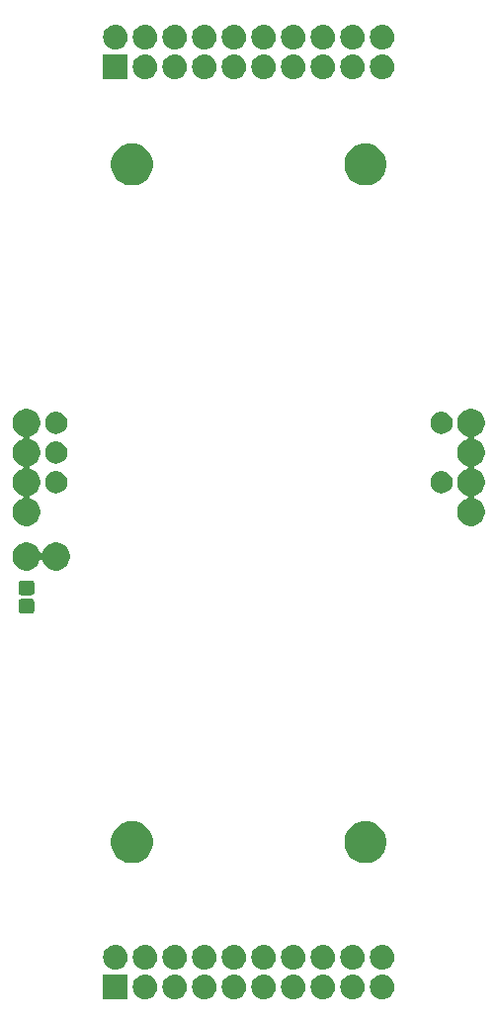
<source format=gbr>
G04 #@! TF.GenerationSoftware,KiCad,Pcbnew,5.0.2-bee76a0~70~ubuntu18.04.1*
G04 #@! TF.CreationDate,2019-07-23T10:59:18+02:00*
G04 #@! TF.ProjectId,smartcard,736d6172-7463-4617-9264-2e6b69636164,rev?*
G04 #@! TF.SameCoordinates,Original*
G04 #@! TF.FileFunction,Soldermask,Top*
G04 #@! TF.FilePolarity,Negative*
%FSLAX46Y46*%
G04 Gerber Fmt 4.6, Leading zero omitted, Abs format (unit mm)*
G04 Created by KiCad (PCBNEW 5.0.2-bee76a0~70~ubuntu18.04.1) date mar. 23 juil. 2019 10:59:18 CEST*
%MOMM*%
%LPD*%
G01*
G04 APERTURE LIST*
%ADD10C,0.100000*%
G04 APERTURE END LIST*
D10*
G36*
X101771017Y-146441027D02*
X99671017Y-146441027D01*
X99671017Y-144341027D01*
X101771017Y-144341027D01*
X101771017Y-146441027D01*
X101771017Y-146441027D01*
G37*
G36*
X121169724Y-144348623D02*
X121246853Y-144356220D01*
X121378804Y-144396247D01*
X121444780Y-144416260D01*
X121627189Y-144513760D01*
X121787071Y-144644973D01*
X121918284Y-144804855D01*
X122015784Y-144987264D01*
X122015784Y-144987265D01*
X122075824Y-145185191D01*
X122096097Y-145391027D01*
X122075824Y-145596863D01*
X122035797Y-145728814D01*
X122015784Y-145794790D01*
X121918284Y-145977199D01*
X121787071Y-146137081D01*
X121627189Y-146268294D01*
X121444780Y-146365794D01*
X121378804Y-146385807D01*
X121246853Y-146425834D01*
X121169724Y-146433431D01*
X121092597Y-146441027D01*
X120989437Y-146441027D01*
X120912310Y-146433431D01*
X120835181Y-146425834D01*
X120703230Y-146385807D01*
X120637254Y-146365794D01*
X120454845Y-146268294D01*
X120294963Y-146137081D01*
X120163750Y-145977199D01*
X120066250Y-145794790D01*
X120046237Y-145728814D01*
X120006210Y-145596863D01*
X119985937Y-145391027D01*
X120006210Y-145185191D01*
X120066250Y-144987265D01*
X120066250Y-144987264D01*
X120163750Y-144804855D01*
X120294963Y-144644973D01*
X120454845Y-144513760D01*
X120637254Y-144416260D01*
X120703230Y-144396247D01*
X120835181Y-144356220D01*
X120912310Y-144348623D01*
X120989437Y-144341027D01*
X121092597Y-144341027D01*
X121169724Y-144348623D01*
X121169724Y-144348623D01*
G37*
G36*
X123709724Y-144348623D02*
X123786853Y-144356220D01*
X123918804Y-144396247D01*
X123984780Y-144416260D01*
X124167189Y-144513760D01*
X124327071Y-144644973D01*
X124458284Y-144804855D01*
X124555784Y-144987264D01*
X124555784Y-144987265D01*
X124615824Y-145185191D01*
X124636097Y-145391027D01*
X124615824Y-145596863D01*
X124575797Y-145728814D01*
X124555784Y-145794790D01*
X124458284Y-145977199D01*
X124327071Y-146137081D01*
X124167189Y-146268294D01*
X123984780Y-146365794D01*
X123918804Y-146385807D01*
X123786853Y-146425834D01*
X123709724Y-146433431D01*
X123632597Y-146441027D01*
X123529437Y-146441027D01*
X123452310Y-146433431D01*
X123375181Y-146425834D01*
X123243230Y-146385807D01*
X123177254Y-146365794D01*
X122994845Y-146268294D01*
X122834963Y-146137081D01*
X122703750Y-145977199D01*
X122606250Y-145794790D01*
X122586237Y-145728814D01*
X122546210Y-145596863D01*
X122525937Y-145391027D01*
X122546210Y-145185191D01*
X122606250Y-144987265D01*
X122606250Y-144987264D01*
X122703750Y-144804855D01*
X122834963Y-144644973D01*
X122994845Y-144513760D01*
X123177254Y-144416260D01*
X123243230Y-144396247D01*
X123375181Y-144356220D01*
X123452310Y-144348623D01*
X123529437Y-144341027D01*
X123632597Y-144341027D01*
X123709724Y-144348623D01*
X123709724Y-144348623D01*
G37*
G36*
X118629724Y-144348623D02*
X118706853Y-144356220D01*
X118838804Y-144396247D01*
X118904780Y-144416260D01*
X119087189Y-144513760D01*
X119247071Y-144644973D01*
X119378284Y-144804855D01*
X119475784Y-144987264D01*
X119475784Y-144987265D01*
X119535824Y-145185191D01*
X119556097Y-145391027D01*
X119535824Y-145596863D01*
X119495797Y-145728814D01*
X119475784Y-145794790D01*
X119378284Y-145977199D01*
X119247071Y-146137081D01*
X119087189Y-146268294D01*
X118904780Y-146365794D01*
X118838804Y-146385807D01*
X118706853Y-146425834D01*
X118629724Y-146433431D01*
X118552597Y-146441027D01*
X118449437Y-146441027D01*
X118372310Y-146433431D01*
X118295181Y-146425834D01*
X118163230Y-146385807D01*
X118097254Y-146365794D01*
X117914845Y-146268294D01*
X117754963Y-146137081D01*
X117623750Y-145977199D01*
X117526250Y-145794790D01*
X117506237Y-145728814D01*
X117466210Y-145596863D01*
X117445937Y-145391027D01*
X117466210Y-145185191D01*
X117526250Y-144987265D01*
X117526250Y-144987264D01*
X117623750Y-144804855D01*
X117754963Y-144644973D01*
X117914845Y-144513760D01*
X118097254Y-144416260D01*
X118163230Y-144396247D01*
X118295181Y-144356220D01*
X118372310Y-144348623D01*
X118449437Y-144341027D01*
X118552597Y-144341027D01*
X118629724Y-144348623D01*
X118629724Y-144348623D01*
G37*
G36*
X116089724Y-144348623D02*
X116166853Y-144356220D01*
X116298804Y-144396247D01*
X116364780Y-144416260D01*
X116547189Y-144513760D01*
X116707071Y-144644973D01*
X116838284Y-144804855D01*
X116935784Y-144987264D01*
X116935784Y-144987265D01*
X116995824Y-145185191D01*
X117016097Y-145391027D01*
X116995824Y-145596863D01*
X116955797Y-145728814D01*
X116935784Y-145794790D01*
X116838284Y-145977199D01*
X116707071Y-146137081D01*
X116547189Y-146268294D01*
X116364780Y-146365794D01*
X116298804Y-146385807D01*
X116166853Y-146425834D01*
X116089724Y-146433431D01*
X116012597Y-146441027D01*
X115909437Y-146441027D01*
X115832310Y-146433431D01*
X115755181Y-146425834D01*
X115623230Y-146385807D01*
X115557254Y-146365794D01*
X115374845Y-146268294D01*
X115214963Y-146137081D01*
X115083750Y-145977199D01*
X114986250Y-145794790D01*
X114966237Y-145728814D01*
X114926210Y-145596863D01*
X114905937Y-145391027D01*
X114926210Y-145185191D01*
X114986250Y-144987265D01*
X114986250Y-144987264D01*
X115083750Y-144804855D01*
X115214963Y-144644973D01*
X115374845Y-144513760D01*
X115557254Y-144416260D01*
X115623230Y-144396247D01*
X115755181Y-144356220D01*
X115832310Y-144348623D01*
X115909437Y-144341027D01*
X116012597Y-144341027D01*
X116089724Y-144348623D01*
X116089724Y-144348623D01*
G37*
G36*
X113549724Y-144348623D02*
X113626853Y-144356220D01*
X113758804Y-144396247D01*
X113824780Y-144416260D01*
X114007189Y-144513760D01*
X114167071Y-144644973D01*
X114298284Y-144804855D01*
X114395784Y-144987264D01*
X114395784Y-144987265D01*
X114455824Y-145185191D01*
X114476097Y-145391027D01*
X114455824Y-145596863D01*
X114415797Y-145728814D01*
X114395784Y-145794790D01*
X114298284Y-145977199D01*
X114167071Y-146137081D01*
X114007189Y-146268294D01*
X113824780Y-146365794D01*
X113758804Y-146385807D01*
X113626853Y-146425834D01*
X113549724Y-146433431D01*
X113472597Y-146441027D01*
X113369437Y-146441027D01*
X113292310Y-146433431D01*
X113215181Y-146425834D01*
X113083230Y-146385807D01*
X113017254Y-146365794D01*
X112834845Y-146268294D01*
X112674963Y-146137081D01*
X112543750Y-145977199D01*
X112446250Y-145794790D01*
X112426237Y-145728814D01*
X112386210Y-145596863D01*
X112365937Y-145391027D01*
X112386210Y-145185191D01*
X112446250Y-144987265D01*
X112446250Y-144987264D01*
X112543750Y-144804855D01*
X112674963Y-144644973D01*
X112834845Y-144513760D01*
X113017254Y-144416260D01*
X113083230Y-144396247D01*
X113215181Y-144356220D01*
X113292310Y-144348623D01*
X113369437Y-144341027D01*
X113472597Y-144341027D01*
X113549724Y-144348623D01*
X113549724Y-144348623D01*
G37*
G36*
X108469724Y-144348623D02*
X108546853Y-144356220D01*
X108678804Y-144396247D01*
X108744780Y-144416260D01*
X108927189Y-144513760D01*
X109087071Y-144644973D01*
X109218284Y-144804855D01*
X109315784Y-144987264D01*
X109315784Y-144987265D01*
X109375824Y-145185191D01*
X109396097Y-145391027D01*
X109375824Y-145596863D01*
X109335797Y-145728814D01*
X109315784Y-145794790D01*
X109218284Y-145977199D01*
X109087071Y-146137081D01*
X108927189Y-146268294D01*
X108744780Y-146365794D01*
X108678804Y-146385807D01*
X108546853Y-146425834D01*
X108469724Y-146433431D01*
X108392597Y-146441027D01*
X108289437Y-146441027D01*
X108212310Y-146433431D01*
X108135181Y-146425834D01*
X108003230Y-146385807D01*
X107937254Y-146365794D01*
X107754845Y-146268294D01*
X107594963Y-146137081D01*
X107463750Y-145977199D01*
X107366250Y-145794790D01*
X107346237Y-145728814D01*
X107306210Y-145596863D01*
X107285937Y-145391027D01*
X107306210Y-145185191D01*
X107366250Y-144987265D01*
X107366250Y-144987264D01*
X107463750Y-144804855D01*
X107594963Y-144644973D01*
X107754845Y-144513760D01*
X107937254Y-144416260D01*
X108003230Y-144396247D01*
X108135181Y-144356220D01*
X108212310Y-144348623D01*
X108289437Y-144341027D01*
X108392597Y-144341027D01*
X108469724Y-144348623D01*
X108469724Y-144348623D01*
G37*
G36*
X105929724Y-144348623D02*
X106006853Y-144356220D01*
X106138804Y-144396247D01*
X106204780Y-144416260D01*
X106387189Y-144513760D01*
X106547071Y-144644973D01*
X106678284Y-144804855D01*
X106775784Y-144987264D01*
X106775784Y-144987265D01*
X106835824Y-145185191D01*
X106856097Y-145391027D01*
X106835824Y-145596863D01*
X106795797Y-145728814D01*
X106775784Y-145794790D01*
X106678284Y-145977199D01*
X106547071Y-146137081D01*
X106387189Y-146268294D01*
X106204780Y-146365794D01*
X106138804Y-146385807D01*
X106006853Y-146425834D01*
X105929724Y-146433431D01*
X105852597Y-146441027D01*
X105749437Y-146441027D01*
X105672310Y-146433431D01*
X105595181Y-146425834D01*
X105463230Y-146385807D01*
X105397254Y-146365794D01*
X105214845Y-146268294D01*
X105054963Y-146137081D01*
X104923750Y-145977199D01*
X104826250Y-145794790D01*
X104806237Y-145728814D01*
X104766210Y-145596863D01*
X104745937Y-145391027D01*
X104766210Y-145185191D01*
X104826250Y-144987265D01*
X104826250Y-144987264D01*
X104923750Y-144804855D01*
X105054963Y-144644973D01*
X105214845Y-144513760D01*
X105397254Y-144416260D01*
X105463230Y-144396247D01*
X105595181Y-144356220D01*
X105672310Y-144348623D01*
X105749437Y-144341027D01*
X105852597Y-144341027D01*
X105929724Y-144348623D01*
X105929724Y-144348623D01*
G37*
G36*
X103389724Y-144348623D02*
X103466853Y-144356220D01*
X103598804Y-144396247D01*
X103664780Y-144416260D01*
X103847189Y-144513760D01*
X104007071Y-144644973D01*
X104138284Y-144804855D01*
X104235784Y-144987264D01*
X104235784Y-144987265D01*
X104295824Y-145185191D01*
X104316097Y-145391027D01*
X104295824Y-145596863D01*
X104255797Y-145728814D01*
X104235784Y-145794790D01*
X104138284Y-145977199D01*
X104007071Y-146137081D01*
X103847189Y-146268294D01*
X103664780Y-146365794D01*
X103598804Y-146385807D01*
X103466853Y-146425834D01*
X103389724Y-146433431D01*
X103312597Y-146441027D01*
X103209437Y-146441027D01*
X103132310Y-146433431D01*
X103055181Y-146425834D01*
X102923230Y-146385807D01*
X102857254Y-146365794D01*
X102674845Y-146268294D01*
X102514963Y-146137081D01*
X102383750Y-145977199D01*
X102286250Y-145794790D01*
X102266237Y-145728814D01*
X102226210Y-145596863D01*
X102205937Y-145391027D01*
X102226210Y-145185191D01*
X102286250Y-144987265D01*
X102286250Y-144987264D01*
X102383750Y-144804855D01*
X102514963Y-144644973D01*
X102674845Y-144513760D01*
X102857254Y-144416260D01*
X102923230Y-144396247D01*
X103055181Y-144356220D01*
X103132310Y-144348623D01*
X103209437Y-144341027D01*
X103312597Y-144341027D01*
X103389724Y-144348623D01*
X103389724Y-144348623D01*
G37*
G36*
X111009724Y-144348623D02*
X111086853Y-144356220D01*
X111218804Y-144396247D01*
X111284780Y-144416260D01*
X111467189Y-144513760D01*
X111627071Y-144644973D01*
X111758284Y-144804855D01*
X111855784Y-144987264D01*
X111855784Y-144987265D01*
X111915824Y-145185191D01*
X111936097Y-145391027D01*
X111915824Y-145596863D01*
X111875797Y-145728814D01*
X111855784Y-145794790D01*
X111758284Y-145977199D01*
X111627071Y-146137081D01*
X111467189Y-146268294D01*
X111284780Y-146365794D01*
X111218804Y-146385807D01*
X111086853Y-146425834D01*
X111009724Y-146433431D01*
X110932597Y-146441027D01*
X110829437Y-146441027D01*
X110752310Y-146433431D01*
X110675181Y-146425834D01*
X110543230Y-146385807D01*
X110477254Y-146365794D01*
X110294845Y-146268294D01*
X110134963Y-146137081D01*
X110003750Y-145977199D01*
X109906250Y-145794790D01*
X109886237Y-145728814D01*
X109846210Y-145596863D01*
X109825937Y-145391027D01*
X109846210Y-145185191D01*
X109906250Y-144987265D01*
X109906250Y-144987264D01*
X110003750Y-144804855D01*
X110134963Y-144644973D01*
X110294845Y-144513760D01*
X110477254Y-144416260D01*
X110543230Y-144396247D01*
X110675181Y-144356220D01*
X110752310Y-144348623D01*
X110829437Y-144341027D01*
X110932597Y-144341027D01*
X111009724Y-144348623D01*
X111009724Y-144348623D01*
G37*
G36*
X105929724Y-141808623D02*
X106006853Y-141816220D01*
X106138804Y-141856247D01*
X106204780Y-141876260D01*
X106387189Y-141973760D01*
X106547071Y-142104973D01*
X106678284Y-142264855D01*
X106775784Y-142447264D01*
X106775784Y-142447265D01*
X106835824Y-142645191D01*
X106856097Y-142851027D01*
X106835824Y-143056863D01*
X106795797Y-143188814D01*
X106775784Y-143254790D01*
X106678284Y-143437199D01*
X106547071Y-143597081D01*
X106387189Y-143728294D01*
X106204780Y-143825794D01*
X106138804Y-143845807D01*
X106006853Y-143885834D01*
X105929724Y-143893430D01*
X105852597Y-143901027D01*
X105749437Y-143901027D01*
X105672310Y-143893430D01*
X105595181Y-143885834D01*
X105463230Y-143845807D01*
X105397254Y-143825794D01*
X105214845Y-143728294D01*
X105054963Y-143597081D01*
X104923750Y-143437199D01*
X104826250Y-143254790D01*
X104806237Y-143188814D01*
X104766210Y-143056863D01*
X104745937Y-142851027D01*
X104766210Y-142645191D01*
X104826250Y-142447265D01*
X104826250Y-142447264D01*
X104923750Y-142264855D01*
X105054963Y-142104973D01*
X105214845Y-141973760D01*
X105397254Y-141876260D01*
X105463230Y-141856247D01*
X105595181Y-141816220D01*
X105672310Y-141808623D01*
X105749437Y-141801027D01*
X105852597Y-141801027D01*
X105929724Y-141808623D01*
X105929724Y-141808623D01*
G37*
G36*
X100849724Y-141808623D02*
X100926853Y-141816220D01*
X101058804Y-141856247D01*
X101124780Y-141876260D01*
X101307189Y-141973760D01*
X101467071Y-142104973D01*
X101598284Y-142264855D01*
X101695784Y-142447264D01*
X101695784Y-142447265D01*
X101755824Y-142645191D01*
X101776097Y-142851027D01*
X101755824Y-143056863D01*
X101715797Y-143188814D01*
X101695784Y-143254790D01*
X101598284Y-143437199D01*
X101467071Y-143597081D01*
X101307189Y-143728294D01*
X101124780Y-143825794D01*
X101058804Y-143845807D01*
X100926853Y-143885834D01*
X100849724Y-143893430D01*
X100772597Y-143901027D01*
X100669437Y-143901027D01*
X100592310Y-143893430D01*
X100515181Y-143885834D01*
X100383230Y-143845807D01*
X100317254Y-143825794D01*
X100134845Y-143728294D01*
X99974963Y-143597081D01*
X99843750Y-143437199D01*
X99746250Y-143254790D01*
X99726237Y-143188814D01*
X99686210Y-143056863D01*
X99665937Y-142851027D01*
X99686210Y-142645191D01*
X99746250Y-142447265D01*
X99746250Y-142447264D01*
X99843750Y-142264855D01*
X99974963Y-142104973D01*
X100134845Y-141973760D01*
X100317254Y-141876260D01*
X100383230Y-141856247D01*
X100515181Y-141816220D01*
X100592310Y-141808623D01*
X100669437Y-141801027D01*
X100772597Y-141801027D01*
X100849724Y-141808623D01*
X100849724Y-141808623D01*
G37*
G36*
X103389724Y-141808623D02*
X103466853Y-141816220D01*
X103598804Y-141856247D01*
X103664780Y-141876260D01*
X103847189Y-141973760D01*
X104007071Y-142104973D01*
X104138284Y-142264855D01*
X104235784Y-142447264D01*
X104235784Y-142447265D01*
X104295824Y-142645191D01*
X104316097Y-142851027D01*
X104295824Y-143056863D01*
X104255797Y-143188814D01*
X104235784Y-143254790D01*
X104138284Y-143437199D01*
X104007071Y-143597081D01*
X103847189Y-143728294D01*
X103664780Y-143825794D01*
X103598804Y-143845807D01*
X103466853Y-143885834D01*
X103389724Y-143893430D01*
X103312597Y-143901027D01*
X103209437Y-143901027D01*
X103132310Y-143893430D01*
X103055181Y-143885834D01*
X102923230Y-143845807D01*
X102857254Y-143825794D01*
X102674845Y-143728294D01*
X102514963Y-143597081D01*
X102383750Y-143437199D01*
X102286250Y-143254790D01*
X102266237Y-143188814D01*
X102226210Y-143056863D01*
X102205937Y-142851027D01*
X102226210Y-142645191D01*
X102286250Y-142447265D01*
X102286250Y-142447264D01*
X102383750Y-142264855D01*
X102514963Y-142104973D01*
X102674845Y-141973760D01*
X102857254Y-141876260D01*
X102923230Y-141856247D01*
X103055181Y-141816220D01*
X103132310Y-141808623D01*
X103209437Y-141801027D01*
X103312597Y-141801027D01*
X103389724Y-141808623D01*
X103389724Y-141808623D01*
G37*
G36*
X108469724Y-141808623D02*
X108546853Y-141816220D01*
X108678804Y-141856247D01*
X108744780Y-141876260D01*
X108927189Y-141973760D01*
X109087071Y-142104973D01*
X109218284Y-142264855D01*
X109315784Y-142447264D01*
X109315784Y-142447265D01*
X109375824Y-142645191D01*
X109396097Y-142851027D01*
X109375824Y-143056863D01*
X109335797Y-143188814D01*
X109315784Y-143254790D01*
X109218284Y-143437199D01*
X109087071Y-143597081D01*
X108927189Y-143728294D01*
X108744780Y-143825794D01*
X108678804Y-143845807D01*
X108546853Y-143885834D01*
X108469724Y-143893430D01*
X108392597Y-143901027D01*
X108289437Y-143901027D01*
X108212310Y-143893430D01*
X108135181Y-143885834D01*
X108003230Y-143845807D01*
X107937254Y-143825794D01*
X107754845Y-143728294D01*
X107594963Y-143597081D01*
X107463750Y-143437199D01*
X107366250Y-143254790D01*
X107346237Y-143188814D01*
X107306210Y-143056863D01*
X107285937Y-142851027D01*
X107306210Y-142645191D01*
X107366250Y-142447265D01*
X107366250Y-142447264D01*
X107463750Y-142264855D01*
X107594963Y-142104973D01*
X107754845Y-141973760D01*
X107937254Y-141876260D01*
X108003230Y-141856247D01*
X108135181Y-141816220D01*
X108212310Y-141808623D01*
X108289437Y-141801027D01*
X108392597Y-141801027D01*
X108469724Y-141808623D01*
X108469724Y-141808623D01*
G37*
G36*
X111009724Y-141808623D02*
X111086853Y-141816220D01*
X111218804Y-141856247D01*
X111284780Y-141876260D01*
X111467189Y-141973760D01*
X111627071Y-142104973D01*
X111758284Y-142264855D01*
X111855784Y-142447264D01*
X111855784Y-142447265D01*
X111915824Y-142645191D01*
X111936097Y-142851027D01*
X111915824Y-143056863D01*
X111875797Y-143188814D01*
X111855784Y-143254790D01*
X111758284Y-143437199D01*
X111627071Y-143597081D01*
X111467189Y-143728294D01*
X111284780Y-143825794D01*
X111218804Y-143845807D01*
X111086853Y-143885834D01*
X111009724Y-143893430D01*
X110932597Y-143901027D01*
X110829437Y-143901027D01*
X110752310Y-143893430D01*
X110675181Y-143885834D01*
X110543230Y-143845807D01*
X110477254Y-143825794D01*
X110294845Y-143728294D01*
X110134963Y-143597081D01*
X110003750Y-143437199D01*
X109906250Y-143254790D01*
X109886237Y-143188814D01*
X109846210Y-143056863D01*
X109825937Y-142851027D01*
X109846210Y-142645191D01*
X109906250Y-142447265D01*
X109906250Y-142447264D01*
X110003750Y-142264855D01*
X110134963Y-142104973D01*
X110294845Y-141973760D01*
X110477254Y-141876260D01*
X110543230Y-141856247D01*
X110675181Y-141816220D01*
X110752310Y-141808623D01*
X110829437Y-141801027D01*
X110932597Y-141801027D01*
X111009724Y-141808623D01*
X111009724Y-141808623D01*
G37*
G36*
X113549724Y-141808623D02*
X113626853Y-141816220D01*
X113758804Y-141856247D01*
X113824780Y-141876260D01*
X114007189Y-141973760D01*
X114167071Y-142104973D01*
X114298284Y-142264855D01*
X114395784Y-142447264D01*
X114395784Y-142447265D01*
X114455824Y-142645191D01*
X114476097Y-142851027D01*
X114455824Y-143056863D01*
X114415797Y-143188814D01*
X114395784Y-143254790D01*
X114298284Y-143437199D01*
X114167071Y-143597081D01*
X114007189Y-143728294D01*
X113824780Y-143825794D01*
X113758804Y-143845807D01*
X113626853Y-143885834D01*
X113549724Y-143893430D01*
X113472597Y-143901027D01*
X113369437Y-143901027D01*
X113292310Y-143893430D01*
X113215181Y-143885834D01*
X113083230Y-143845807D01*
X113017254Y-143825794D01*
X112834845Y-143728294D01*
X112674963Y-143597081D01*
X112543750Y-143437199D01*
X112446250Y-143254790D01*
X112426237Y-143188814D01*
X112386210Y-143056863D01*
X112365937Y-142851027D01*
X112386210Y-142645191D01*
X112446250Y-142447265D01*
X112446250Y-142447264D01*
X112543750Y-142264855D01*
X112674963Y-142104973D01*
X112834845Y-141973760D01*
X113017254Y-141876260D01*
X113083230Y-141856247D01*
X113215181Y-141816220D01*
X113292310Y-141808623D01*
X113369437Y-141801027D01*
X113472597Y-141801027D01*
X113549724Y-141808623D01*
X113549724Y-141808623D01*
G37*
G36*
X118629724Y-141808623D02*
X118706853Y-141816220D01*
X118838804Y-141856247D01*
X118904780Y-141876260D01*
X119087189Y-141973760D01*
X119247071Y-142104973D01*
X119378284Y-142264855D01*
X119475784Y-142447264D01*
X119475784Y-142447265D01*
X119535824Y-142645191D01*
X119556097Y-142851027D01*
X119535824Y-143056863D01*
X119495797Y-143188814D01*
X119475784Y-143254790D01*
X119378284Y-143437199D01*
X119247071Y-143597081D01*
X119087189Y-143728294D01*
X118904780Y-143825794D01*
X118838804Y-143845807D01*
X118706853Y-143885834D01*
X118629724Y-143893430D01*
X118552597Y-143901027D01*
X118449437Y-143901027D01*
X118372310Y-143893430D01*
X118295181Y-143885834D01*
X118163230Y-143845807D01*
X118097254Y-143825794D01*
X117914845Y-143728294D01*
X117754963Y-143597081D01*
X117623750Y-143437199D01*
X117526250Y-143254790D01*
X117506237Y-143188814D01*
X117466210Y-143056863D01*
X117445937Y-142851027D01*
X117466210Y-142645191D01*
X117526250Y-142447265D01*
X117526250Y-142447264D01*
X117623750Y-142264855D01*
X117754963Y-142104973D01*
X117914845Y-141973760D01*
X118097254Y-141876260D01*
X118163230Y-141856247D01*
X118295181Y-141816220D01*
X118372310Y-141808623D01*
X118449437Y-141801027D01*
X118552597Y-141801027D01*
X118629724Y-141808623D01*
X118629724Y-141808623D01*
G37*
G36*
X121169724Y-141808623D02*
X121246853Y-141816220D01*
X121378804Y-141856247D01*
X121444780Y-141876260D01*
X121627189Y-141973760D01*
X121787071Y-142104973D01*
X121918284Y-142264855D01*
X122015784Y-142447264D01*
X122015784Y-142447265D01*
X122075824Y-142645191D01*
X122096097Y-142851027D01*
X122075824Y-143056863D01*
X122035797Y-143188814D01*
X122015784Y-143254790D01*
X121918284Y-143437199D01*
X121787071Y-143597081D01*
X121627189Y-143728294D01*
X121444780Y-143825794D01*
X121378804Y-143845807D01*
X121246853Y-143885834D01*
X121169724Y-143893430D01*
X121092597Y-143901027D01*
X120989437Y-143901027D01*
X120912310Y-143893430D01*
X120835181Y-143885834D01*
X120703230Y-143845807D01*
X120637254Y-143825794D01*
X120454845Y-143728294D01*
X120294963Y-143597081D01*
X120163750Y-143437199D01*
X120066250Y-143254790D01*
X120046237Y-143188814D01*
X120006210Y-143056863D01*
X119985937Y-142851027D01*
X120006210Y-142645191D01*
X120066250Y-142447265D01*
X120066250Y-142447264D01*
X120163750Y-142264855D01*
X120294963Y-142104973D01*
X120454845Y-141973760D01*
X120637254Y-141876260D01*
X120703230Y-141856247D01*
X120835181Y-141816220D01*
X120912310Y-141808623D01*
X120989437Y-141801027D01*
X121092597Y-141801027D01*
X121169724Y-141808623D01*
X121169724Y-141808623D01*
G37*
G36*
X116089724Y-141808623D02*
X116166853Y-141816220D01*
X116298804Y-141856247D01*
X116364780Y-141876260D01*
X116547189Y-141973760D01*
X116707071Y-142104973D01*
X116838284Y-142264855D01*
X116935784Y-142447264D01*
X116935784Y-142447265D01*
X116995824Y-142645191D01*
X117016097Y-142851027D01*
X116995824Y-143056863D01*
X116955797Y-143188814D01*
X116935784Y-143254790D01*
X116838284Y-143437199D01*
X116707071Y-143597081D01*
X116547189Y-143728294D01*
X116364780Y-143825794D01*
X116298804Y-143845807D01*
X116166853Y-143885834D01*
X116089724Y-143893430D01*
X116012597Y-143901027D01*
X115909437Y-143901027D01*
X115832310Y-143893430D01*
X115755181Y-143885834D01*
X115623230Y-143845807D01*
X115557254Y-143825794D01*
X115374845Y-143728294D01*
X115214963Y-143597081D01*
X115083750Y-143437199D01*
X114986250Y-143254790D01*
X114966237Y-143188814D01*
X114926210Y-143056863D01*
X114905937Y-142851027D01*
X114926210Y-142645191D01*
X114986250Y-142447265D01*
X114986250Y-142447264D01*
X115083750Y-142264855D01*
X115214963Y-142104973D01*
X115374845Y-141973760D01*
X115557254Y-141876260D01*
X115623230Y-141856247D01*
X115755181Y-141816220D01*
X115832310Y-141808623D01*
X115909437Y-141801027D01*
X116012597Y-141801027D01*
X116089724Y-141808623D01*
X116089724Y-141808623D01*
G37*
G36*
X123709724Y-141808623D02*
X123786853Y-141816220D01*
X123918804Y-141856247D01*
X123984780Y-141876260D01*
X124167189Y-141973760D01*
X124327071Y-142104973D01*
X124458284Y-142264855D01*
X124555784Y-142447264D01*
X124555784Y-142447265D01*
X124615824Y-142645191D01*
X124636097Y-142851027D01*
X124615824Y-143056863D01*
X124575797Y-143188814D01*
X124555784Y-143254790D01*
X124458284Y-143437199D01*
X124327071Y-143597081D01*
X124167189Y-143728294D01*
X123984780Y-143825794D01*
X123918804Y-143845807D01*
X123786853Y-143885834D01*
X123709724Y-143893430D01*
X123632597Y-143901027D01*
X123529437Y-143901027D01*
X123452310Y-143893430D01*
X123375181Y-143885834D01*
X123243230Y-143845807D01*
X123177254Y-143825794D01*
X122994845Y-143728294D01*
X122834963Y-143597081D01*
X122703750Y-143437199D01*
X122606250Y-143254790D01*
X122586237Y-143188814D01*
X122546210Y-143056863D01*
X122525937Y-142851027D01*
X122546210Y-142645191D01*
X122606250Y-142447265D01*
X122606250Y-142447264D01*
X122703750Y-142264855D01*
X122834963Y-142104973D01*
X122994845Y-141973760D01*
X123177254Y-141876260D01*
X123243230Y-141856247D01*
X123375181Y-141816220D01*
X123452310Y-141808623D01*
X123529437Y-141801027D01*
X123632597Y-141801027D01*
X123709724Y-141808623D01*
X123709724Y-141808623D01*
G37*
G36*
X102560139Y-131257142D02*
X102676058Y-131280200D01*
X103003637Y-131415888D01*
X103294528Y-131610255D01*
X103298453Y-131612878D01*
X103549166Y-131863591D01*
X103746157Y-132158409D01*
X103881844Y-132485987D01*
X103951017Y-132833741D01*
X103951017Y-133188313D01*
X103881844Y-133536067D01*
X103746157Y-133863645D01*
X103549166Y-134158463D01*
X103298453Y-134409176D01*
X103298450Y-134409178D01*
X103003637Y-134606166D01*
X102676058Y-134741854D01*
X102560139Y-134764912D01*
X102328303Y-134811027D01*
X101973731Y-134811027D01*
X101741895Y-134764912D01*
X101625976Y-134741854D01*
X101298397Y-134606166D01*
X101003584Y-134409178D01*
X101003581Y-134409176D01*
X100752868Y-134158463D01*
X100555877Y-133863645D01*
X100420190Y-133536067D01*
X100351017Y-133188313D01*
X100351017Y-132833741D01*
X100420190Y-132485987D01*
X100555877Y-132158409D01*
X100752868Y-131863591D01*
X101003581Y-131612878D01*
X101007506Y-131610255D01*
X101298397Y-131415888D01*
X101625976Y-131280200D01*
X101741895Y-131257142D01*
X101973731Y-131211027D01*
X102328303Y-131211027D01*
X102560139Y-131257142D01*
X102560139Y-131257142D01*
G37*
G36*
X122560139Y-131257142D02*
X122676058Y-131280200D01*
X123003637Y-131415888D01*
X123294528Y-131610255D01*
X123298453Y-131612878D01*
X123549166Y-131863591D01*
X123746157Y-132158409D01*
X123881844Y-132485987D01*
X123951017Y-132833741D01*
X123951017Y-133188313D01*
X123881844Y-133536067D01*
X123746157Y-133863645D01*
X123549166Y-134158463D01*
X123298453Y-134409176D01*
X123298450Y-134409178D01*
X123003637Y-134606166D01*
X122676058Y-134741854D01*
X122560139Y-134764912D01*
X122328303Y-134811027D01*
X121973731Y-134811027D01*
X121741895Y-134764912D01*
X121625976Y-134741854D01*
X121298397Y-134606166D01*
X121003584Y-134409178D01*
X121003581Y-134409176D01*
X120752868Y-134158463D01*
X120555877Y-133863645D01*
X120420190Y-133536067D01*
X120351017Y-133188313D01*
X120351017Y-132833741D01*
X120420190Y-132485987D01*
X120555877Y-132158409D01*
X120752868Y-131863591D01*
X121003581Y-131612878D01*
X121007506Y-131610255D01*
X121298397Y-131415888D01*
X121625976Y-131280200D01*
X121741895Y-131257142D01*
X121973731Y-131211027D01*
X122328303Y-131211027D01*
X122560139Y-131257142D01*
X122560139Y-131257142D01*
G37*
G36*
X93569639Y-112186544D02*
X93617602Y-112201093D01*
X93661792Y-112224713D01*
X93700535Y-112256509D01*
X93732331Y-112295252D01*
X93755951Y-112339442D01*
X93770500Y-112387405D01*
X93776017Y-112443418D01*
X93776017Y-113193636D01*
X93770500Y-113249649D01*
X93755951Y-113297612D01*
X93732331Y-113341802D01*
X93700535Y-113380545D01*
X93661792Y-113412341D01*
X93617602Y-113435961D01*
X93569639Y-113450510D01*
X93513626Y-113456027D01*
X92688408Y-113456027D01*
X92632395Y-113450510D01*
X92584432Y-113435961D01*
X92540242Y-113412341D01*
X92501499Y-113380545D01*
X92469703Y-113341802D01*
X92446083Y-113297612D01*
X92431534Y-113249649D01*
X92426017Y-113193636D01*
X92426017Y-112443418D01*
X92431534Y-112387405D01*
X92446083Y-112339442D01*
X92469703Y-112295252D01*
X92501499Y-112256509D01*
X92540242Y-112224713D01*
X92584432Y-112201093D01*
X92632395Y-112186544D01*
X92688408Y-112181027D01*
X93513626Y-112181027D01*
X93569639Y-112186544D01*
X93569639Y-112186544D01*
G37*
G36*
X93569639Y-110611544D02*
X93617602Y-110626093D01*
X93661792Y-110649713D01*
X93700535Y-110681509D01*
X93732331Y-110720252D01*
X93755951Y-110764442D01*
X93770500Y-110812405D01*
X93776017Y-110868418D01*
X93776017Y-111618636D01*
X93770500Y-111674649D01*
X93755951Y-111722612D01*
X93732331Y-111766802D01*
X93700535Y-111805545D01*
X93661792Y-111837341D01*
X93617602Y-111860961D01*
X93569639Y-111875510D01*
X93513626Y-111881027D01*
X92688408Y-111881027D01*
X92632395Y-111875510D01*
X92584432Y-111860961D01*
X92540242Y-111837341D01*
X92501499Y-111805545D01*
X92469703Y-111766802D01*
X92446083Y-111722612D01*
X92431534Y-111674649D01*
X92426017Y-111618636D01*
X92426017Y-110868418D01*
X92431534Y-110812405D01*
X92446083Y-110764442D01*
X92469703Y-110720252D01*
X92501499Y-110681509D01*
X92540242Y-110649713D01*
X92584432Y-110626093D01*
X92632395Y-110611544D01*
X92688408Y-110606027D01*
X93513626Y-110606027D01*
X93569639Y-110611544D01*
X93569639Y-110611544D01*
G37*
G36*
X93451043Y-107407142D02*
X93669429Y-107497600D01*
X93865975Y-107628928D01*
X94033116Y-107796069D01*
X94164444Y-107992615D01*
X94255532Y-108212522D01*
X94267083Y-108234133D01*
X94282628Y-108253075D01*
X94301571Y-108268621D01*
X94323181Y-108280172D01*
X94346630Y-108287285D01*
X94371017Y-108289687D01*
X94395403Y-108287285D01*
X94418852Y-108280172D01*
X94440463Y-108268621D01*
X94459405Y-108253076D01*
X94474951Y-108234133D01*
X94486502Y-108212522D01*
X94577590Y-107992615D01*
X94708918Y-107796069D01*
X94876059Y-107628928D01*
X95072605Y-107497600D01*
X95290991Y-107407142D01*
X95522826Y-107361027D01*
X95759208Y-107361027D01*
X95991043Y-107407142D01*
X96209429Y-107497600D01*
X96405975Y-107628928D01*
X96573116Y-107796069D01*
X96704444Y-107992615D01*
X96794902Y-108211001D01*
X96841017Y-108442836D01*
X96841017Y-108679218D01*
X96794902Y-108911053D01*
X96704444Y-109129439D01*
X96573116Y-109325985D01*
X96405975Y-109493126D01*
X96209429Y-109624454D01*
X95991043Y-109714912D01*
X95759208Y-109761027D01*
X95522826Y-109761027D01*
X95290991Y-109714912D01*
X95072605Y-109624454D01*
X94876059Y-109493126D01*
X94708918Y-109325985D01*
X94577590Y-109129439D01*
X94486502Y-108909532D01*
X94474951Y-108887921D01*
X94459406Y-108868979D01*
X94440463Y-108853433D01*
X94418853Y-108841882D01*
X94395404Y-108834769D01*
X94371017Y-108832367D01*
X94346631Y-108834769D01*
X94323182Y-108841882D01*
X94301571Y-108853433D01*
X94282629Y-108868978D01*
X94267083Y-108887921D01*
X94255532Y-108909532D01*
X94164444Y-109129439D01*
X94033116Y-109325985D01*
X93865975Y-109493126D01*
X93669429Y-109624454D01*
X93451043Y-109714912D01*
X93219208Y-109761027D01*
X92982826Y-109761027D01*
X92750991Y-109714912D01*
X92532605Y-109624454D01*
X92336059Y-109493126D01*
X92168918Y-109325985D01*
X92037590Y-109129439D01*
X91947132Y-108911053D01*
X91901017Y-108679218D01*
X91901017Y-108442836D01*
X91947132Y-108211001D01*
X92037590Y-107992615D01*
X92168918Y-107796069D01*
X92336059Y-107628928D01*
X92532605Y-107497600D01*
X92750991Y-107407142D01*
X92982826Y-107361027D01*
X93219208Y-107361027D01*
X93451043Y-107407142D01*
X93451043Y-107407142D01*
G37*
G36*
X93451043Y-95977142D02*
X93669429Y-96067600D01*
X93865975Y-96198928D01*
X94033116Y-96366069D01*
X94164444Y-96562615D01*
X94254902Y-96781001D01*
X94301017Y-97012836D01*
X94301017Y-97249218D01*
X94254902Y-97481053D01*
X94164444Y-97699439D01*
X94033116Y-97895985D01*
X93865975Y-98063126D01*
X93669429Y-98194454D01*
X93449522Y-98285542D01*
X93427911Y-98297093D01*
X93408969Y-98312638D01*
X93393423Y-98331581D01*
X93381872Y-98353191D01*
X93374759Y-98376640D01*
X93372357Y-98401027D01*
X93374759Y-98425413D01*
X93381872Y-98448862D01*
X93393423Y-98470473D01*
X93408968Y-98489415D01*
X93427911Y-98504961D01*
X93449522Y-98516512D01*
X93669429Y-98607600D01*
X93865975Y-98738928D01*
X94033116Y-98906069D01*
X94164444Y-99102615D01*
X94254902Y-99321001D01*
X94301017Y-99552836D01*
X94301017Y-99789218D01*
X94254902Y-100021053D01*
X94164444Y-100239439D01*
X94033116Y-100435985D01*
X93865975Y-100603126D01*
X93669429Y-100734454D01*
X93449522Y-100825542D01*
X93427911Y-100837093D01*
X93408969Y-100852638D01*
X93393423Y-100871581D01*
X93381872Y-100893191D01*
X93374759Y-100916640D01*
X93372357Y-100941027D01*
X93374759Y-100965413D01*
X93381872Y-100988862D01*
X93393423Y-101010473D01*
X93408968Y-101029415D01*
X93427911Y-101044961D01*
X93449522Y-101056512D01*
X93669429Y-101147600D01*
X93865975Y-101278928D01*
X94033116Y-101446069D01*
X94164444Y-101642615D01*
X94254902Y-101861001D01*
X94301017Y-102092836D01*
X94301017Y-102329218D01*
X94254902Y-102561053D01*
X94164444Y-102779439D01*
X94033116Y-102975985D01*
X93865975Y-103143126D01*
X93669429Y-103274454D01*
X93449522Y-103365542D01*
X93427911Y-103377093D01*
X93408969Y-103392638D01*
X93393423Y-103411581D01*
X93381872Y-103433191D01*
X93374759Y-103456640D01*
X93372357Y-103481027D01*
X93374759Y-103505413D01*
X93381872Y-103528862D01*
X93393423Y-103550473D01*
X93408968Y-103569415D01*
X93427911Y-103584961D01*
X93449522Y-103596512D01*
X93669429Y-103687600D01*
X93865975Y-103818928D01*
X94033116Y-103986069D01*
X94164444Y-104182615D01*
X94254902Y-104401001D01*
X94301017Y-104632836D01*
X94301017Y-104869218D01*
X94254902Y-105101053D01*
X94164444Y-105319439D01*
X94033116Y-105515985D01*
X93865975Y-105683126D01*
X93669429Y-105814454D01*
X93451043Y-105904912D01*
X93219208Y-105951027D01*
X92982826Y-105951027D01*
X92750991Y-105904912D01*
X92532605Y-105814454D01*
X92336059Y-105683126D01*
X92168918Y-105515985D01*
X92037590Y-105319439D01*
X91947132Y-105101053D01*
X91901017Y-104869218D01*
X91901017Y-104632836D01*
X91947132Y-104401001D01*
X92037590Y-104182615D01*
X92168918Y-103986069D01*
X92336059Y-103818928D01*
X92532605Y-103687600D01*
X92752512Y-103596512D01*
X92774123Y-103584961D01*
X92793065Y-103569416D01*
X92808611Y-103550473D01*
X92820162Y-103528863D01*
X92827275Y-103505414D01*
X92829677Y-103481027D01*
X92827275Y-103456641D01*
X92820162Y-103433192D01*
X92808611Y-103411581D01*
X92793066Y-103392639D01*
X92774123Y-103377093D01*
X92752512Y-103365542D01*
X92532605Y-103274454D01*
X92336059Y-103143126D01*
X92168918Y-102975985D01*
X92037590Y-102779439D01*
X91947132Y-102561053D01*
X91901017Y-102329218D01*
X91901017Y-102092836D01*
X91947132Y-101861001D01*
X92037590Y-101642615D01*
X92168918Y-101446069D01*
X92336059Y-101278928D01*
X92532605Y-101147600D01*
X92752512Y-101056512D01*
X92774123Y-101044961D01*
X92793065Y-101029416D01*
X92808611Y-101010473D01*
X92820162Y-100988863D01*
X92827275Y-100965414D01*
X92829677Y-100941027D01*
X92827275Y-100916641D01*
X92820162Y-100893192D01*
X92808611Y-100871581D01*
X92793066Y-100852639D01*
X92774123Y-100837093D01*
X92752512Y-100825542D01*
X92532605Y-100734454D01*
X92336059Y-100603126D01*
X92168918Y-100435985D01*
X92037590Y-100239439D01*
X91947132Y-100021053D01*
X91901017Y-99789218D01*
X91901017Y-99552836D01*
X91947132Y-99321001D01*
X92037590Y-99102615D01*
X92168918Y-98906069D01*
X92336059Y-98738928D01*
X92532605Y-98607600D01*
X92752512Y-98516512D01*
X92774123Y-98504961D01*
X92793065Y-98489416D01*
X92808611Y-98470473D01*
X92820162Y-98448863D01*
X92827275Y-98425414D01*
X92829677Y-98401027D01*
X92827275Y-98376641D01*
X92820162Y-98353192D01*
X92808611Y-98331581D01*
X92793066Y-98312639D01*
X92774123Y-98297093D01*
X92752512Y-98285542D01*
X92532605Y-98194454D01*
X92336059Y-98063126D01*
X92168918Y-97895985D01*
X92037590Y-97699439D01*
X91947132Y-97481053D01*
X91901017Y-97249218D01*
X91901017Y-97012836D01*
X91947132Y-96781001D01*
X92037590Y-96562615D01*
X92168918Y-96366069D01*
X92336059Y-96198928D01*
X92532605Y-96067600D01*
X92750991Y-95977142D01*
X92982826Y-95931027D01*
X93219208Y-95931027D01*
X93451043Y-95977142D01*
X93451043Y-95977142D01*
G37*
G36*
X131551043Y-95977142D02*
X131769429Y-96067600D01*
X131965975Y-96198928D01*
X132133116Y-96366069D01*
X132264444Y-96562615D01*
X132354902Y-96781001D01*
X132401017Y-97012836D01*
X132401017Y-97249218D01*
X132354902Y-97481053D01*
X132264444Y-97699439D01*
X132133116Y-97895985D01*
X131965975Y-98063126D01*
X131769429Y-98194454D01*
X131549522Y-98285542D01*
X131527911Y-98297093D01*
X131508969Y-98312638D01*
X131493423Y-98331581D01*
X131481872Y-98353191D01*
X131474759Y-98376640D01*
X131472357Y-98401027D01*
X131474759Y-98425413D01*
X131481872Y-98448862D01*
X131493423Y-98470473D01*
X131508968Y-98489415D01*
X131527911Y-98504961D01*
X131549522Y-98516512D01*
X131769429Y-98607600D01*
X131965975Y-98738928D01*
X132133116Y-98906069D01*
X132264444Y-99102615D01*
X132354902Y-99321001D01*
X132401017Y-99552836D01*
X132401017Y-99789218D01*
X132354902Y-100021053D01*
X132264444Y-100239439D01*
X132133116Y-100435985D01*
X131965975Y-100603126D01*
X131769429Y-100734454D01*
X131549522Y-100825542D01*
X131527911Y-100837093D01*
X131508969Y-100852638D01*
X131493423Y-100871581D01*
X131481872Y-100893191D01*
X131474759Y-100916640D01*
X131472357Y-100941027D01*
X131474759Y-100965413D01*
X131481872Y-100988862D01*
X131493423Y-101010473D01*
X131508968Y-101029415D01*
X131527911Y-101044961D01*
X131549522Y-101056512D01*
X131769429Y-101147600D01*
X131965975Y-101278928D01*
X132133116Y-101446069D01*
X132264444Y-101642615D01*
X132354902Y-101861001D01*
X132401017Y-102092836D01*
X132401017Y-102329218D01*
X132354902Y-102561053D01*
X132264444Y-102779439D01*
X132133116Y-102975985D01*
X131965975Y-103143126D01*
X131769429Y-103274454D01*
X131549522Y-103365542D01*
X131527911Y-103377093D01*
X131508969Y-103392638D01*
X131493423Y-103411581D01*
X131481872Y-103433191D01*
X131474759Y-103456640D01*
X131472357Y-103481027D01*
X131474759Y-103505413D01*
X131481872Y-103528862D01*
X131493423Y-103550473D01*
X131508968Y-103569415D01*
X131527911Y-103584961D01*
X131549522Y-103596512D01*
X131769429Y-103687600D01*
X131965975Y-103818928D01*
X132133116Y-103986069D01*
X132264444Y-104182615D01*
X132354902Y-104401001D01*
X132401017Y-104632836D01*
X132401017Y-104869218D01*
X132354902Y-105101053D01*
X132264444Y-105319439D01*
X132133116Y-105515985D01*
X131965975Y-105683126D01*
X131769429Y-105814454D01*
X131551043Y-105904912D01*
X131319208Y-105951027D01*
X131082826Y-105951027D01*
X130850991Y-105904912D01*
X130632605Y-105814454D01*
X130436059Y-105683126D01*
X130268918Y-105515985D01*
X130137590Y-105319439D01*
X130047132Y-105101053D01*
X130001017Y-104869218D01*
X130001017Y-104632836D01*
X130047132Y-104401001D01*
X130137590Y-104182615D01*
X130268918Y-103986069D01*
X130436059Y-103818928D01*
X130632605Y-103687600D01*
X130852512Y-103596512D01*
X130874123Y-103584961D01*
X130893065Y-103569416D01*
X130908611Y-103550473D01*
X130920162Y-103528863D01*
X130927275Y-103505414D01*
X130929677Y-103481027D01*
X130927275Y-103456641D01*
X130920162Y-103433192D01*
X130908611Y-103411581D01*
X130893066Y-103392639D01*
X130874123Y-103377093D01*
X130852512Y-103365542D01*
X130632605Y-103274454D01*
X130436059Y-103143126D01*
X130268918Y-102975985D01*
X130137590Y-102779439D01*
X130047132Y-102561053D01*
X130001017Y-102329218D01*
X130001017Y-102092836D01*
X130047132Y-101861001D01*
X130137590Y-101642615D01*
X130268918Y-101446069D01*
X130436059Y-101278928D01*
X130632605Y-101147600D01*
X130852512Y-101056512D01*
X130874123Y-101044961D01*
X130893065Y-101029416D01*
X130908611Y-101010473D01*
X130920162Y-100988863D01*
X130927275Y-100965414D01*
X130929677Y-100941027D01*
X130927275Y-100916641D01*
X130920162Y-100893192D01*
X130908611Y-100871581D01*
X130893066Y-100852639D01*
X130874123Y-100837093D01*
X130852512Y-100825542D01*
X130632605Y-100734454D01*
X130436059Y-100603126D01*
X130268918Y-100435985D01*
X130137590Y-100239439D01*
X130047132Y-100021053D01*
X130001017Y-99789218D01*
X130001017Y-99552836D01*
X130047132Y-99321001D01*
X130137590Y-99102615D01*
X130268918Y-98906069D01*
X130436059Y-98738928D01*
X130632605Y-98607600D01*
X130852512Y-98516512D01*
X130874123Y-98504961D01*
X130893065Y-98489416D01*
X130908611Y-98470473D01*
X130920162Y-98448863D01*
X130927275Y-98425414D01*
X130929677Y-98401027D01*
X130927275Y-98376641D01*
X130920162Y-98353192D01*
X130908611Y-98331581D01*
X130893066Y-98312639D01*
X130874123Y-98297093D01*
X130852512Y-98285542D01*
X130632605Y-98194454D01*
X130436059Y-98063126D01*
X130268918Y-97895985D01*
X130137590Y-97699439D01*
X130047132Y-97481053D01*
X130001017Y-97249218D01*
X130001017Y-97012836D01*
X130047132Y-96781001D01*
X130137590Y-96562615D01*
X130268918Y-96366069D01*
X130436059Y-96198928D01*
X130632605Y-96067600D01*
X130850991Y-95977142D01*
X131082826Y-95931027D01*
X131319208Y-95931027D01*
X131551043Y-95977142D01*
X131551043Y-95977142D01*
G37*
G36*
X128800468Y-101270154D02*
X128938122Y-101297535D01*
X129111011Y-101369148D01*
X129266607Y-101473114D01*
X129398930Y-101605437D01*
X129502896Y-101761033D01*
X129574509Y-101933922D01*
X129611017Y-102117460D01*
X129611017Y-102304594D01*
X129574509Y-102488132D01*
X129502896Y-102661021D01*
X129398930Y-102816617D01*
X129266607Y-102948940D01*
X129111011Y-103052906D01*
X128938122Y-103124519D01*
X128800469Y-103151900D01*
X128754585Y-103161027D01*
X128567449Y-103161027D01*
X128521565Y-103151900D01*
X128383912Y-103124519D01*
X128211023Y-103052906D01*
X128055427Y-102948940D01*
X127923104Y-102816617D01*
X127819138Y-102661021D01*
X127747525Y-102488132D01*
X127711017Y-102304594D01*
X127711017Y-102117460D01*
X127747525Y-101933922D01*
X127819138Y-101761033D01*
X127923104Y-101605437D01*
X128055427Y-101473114D01*
X128211023Y-101369148D01*
X128383912Y-101297535D01*
X128521566Y-101270154D01*
X128567449Y-101261027D01*
X128754585Y-101261027D01*
X128800468Y-101270154D01*
X128800468Y-101270154D01*
G37*
G36*
X95780468Y-101270154D02*
X95918122Y-101297535D01*
X96091011Y-101369148D01*
X96246607Y-101473114D01*
X96378930Y-101605437D01*
X96482896Y-101761033D01*
X96554509Y-101933922D01*
X96591017Y-102117460D01*
X96591017Y-102304594D01*
X96554509Y-102488132D01*
X96482896Y-102661021D01*
X96378930Y-102816617D01*
X96246607Y-102948940D01*
X96091011Y-103052906D01*
X95918122Y-103124519D01*
X95780469Y-103151900D01*
X95734585Y-103161027D01*
X95547449Y-103161027D01*
X95501565Y-103151900D01*
X95363912Y-103124519D01*
X95191023Y-103052906D01*
X95035427Y-102948940D01*
X94903104Y-102816617D01*
X94799138Y-102661021D01*
X94727525Y-102488132D01*
X94691017Y-102304594D01*
X94691017Y-102117460D01*
X94727525Y-101933922D01*
X94799138Y-101761033D01*
X94903104Y-101605437D01*
X95035427Y-101473114D01*
X95191023Y-101369148D01*
X95363912Y-101297535D01*
X95501566Y-101270154D01*
X95547449Y-101261027D01*
X95734585Y-101261027D01*
X95780468Y-101270154D01*
X95780468Y-101270154D01*
G37*
G36*
X95780469Y-98730154D02*
X95918122Y-98757535D01*
X96091011Y-98829148D01*
X96246607Y-98933114D01*
X96378930Y-99065437D01*
X96482896Y-99221033D01*
X96554509Y-99393922D01*
X96591017Y-99577460D01*
X96591017Y-99764594D01*
X96554509Y-99948132D01*
X96482896Y-100121021D01*
X96378930Y-100276617D01*
X96246607Y-100408940D01*
X96091011Y-100512906D01*
X95918122Y-100584519D01*
X95780469Y-100611900D01*
X95734585Y-100621027D01*
X95547449Y-100621027D01*
X95501566Y-100611900D01*
X95363912Y-100584519D01*
X95191023Y-100512906D01*
X95035427Y-100408940D01*
X94903104Y-100276617D01*
X94799138Y-100121021D01*
X94727525Y-99948132D01*
X94691017Y-99764594D01*
X94691017Y-99577460D01*
X94727525Y-99393922D01*
X94799138Y-99221033D01*
X94903104Y-99065437D01*
X95035427Y-98933114D01*
X95191023Y-98829148D01*
X95363912Y-98757535D01*
X95501565Y-98730154D01*
X95547449Y-98721027D01*
X95734585Y-98721027D01*
X95780469Y-98730154D01*
X95780469Y-98730154D01*
G37*
G36*
X128800468Y-96190154D02*
X128938122Y-96217535D01*
X129111011Y-96289148D01*
X129266607Y-96393114D01*
X129398930Y-96525437D01*
X129502896Y-96681033D01*
X129574509Y-96853922D01*
X129611017Y-97037460D01*
X129611017Y-97224594D01*
X129574509Y-97408132D01*
X129502896Y-97581021D01*
X129398930Y-97736617D01*
X129266607Y-97868940D01*
X129111011Y-97972906D01*
X128938122Y-98044519D01*
X128800468Y-98071900D01*
X128754585Y-98081027D01*
X128567449Y-98081027D01*
X128521566Y-98071900D01*
X128383912Y-98044519D01*
X128211023Y-97972906D01*
X128055427Y-97868940D01*
X127923104Y-97736617D01*
X127819138Y-97581021D01*
X127747525Y-97408132D01*
X127711017Y-97224594D01*
X127711017Y-97037460D01*
X127747525Y-96853922D01*
X127819138Y-96681033D01*
X127923104Y-96525437D01*
X128055427Y-96393114D01*
X128211023Y-96289148D01*
X128383912Y-96217535D01*
X128521566Y-96190154D01*
X128567449Y-96181027D01*
X128754585Y-96181027D01*
X128800468Y-96190154D01*
X128800468Y-96190154D01*
G37*
G36*
X95780468Y-96190154D02*
X95918122Y-96217535D01*
X96091011Y-96289148D01*
X96246607Y-96393114D01*
X96378930Y-96525437D01*
X96482896Y-96681033D01*
X96554509Y-96853922D01*
X96591017Y-97037460D01*
X96591017Y-97224594D01*
X96554509Y-97408132D01*
X96482896Y-97581021D01*
X96378930Y-97736617D01*
X96246607Y-97868940D01*
X96091011Y-97972906D01*
X95918122Y-98044519D01*
X95780468Y-98071900D01*
X95734585Y-98081027D01*
X95547449Y-98081027D01*
X95501566Y-98071900D01*
X95363912Y-98044519D01*
X95191023Y-97972906D01*
X95035427Y-97868940D01*
X94903104Y-97736617D01*
X94799138Y-97581021D01*
X94727525Y-97408132D01*
X94691017Y-97224594D01*
X94691017Y-97037460D01*
X94727525Y-96853922D01*
X94799138Y-96681033D01*
X94903104Y-96525437D01*
X95035427Y-96393114D01*
X95191023Y-96289148D01*
X95363912Y-96217535D01*
X95501566Y-96190154D01*
X95547449Y-96181027D01*
X95734585Y-96181027D01*
X95780468Y-96190154D01*
X95780468Y-96190154D01*
G37*
G36*
X122560139Y-73257142D02*
X122676058Y-73280200D01*
X123003637Y-73415888D01*
X123294528Y-73610255D01*
X123298453Y-73612878D01*
X123549166Y-73863591D01*
X123746157Y-74158409D01*
X123881844Y-74485987D01*
X123951017Y-74833741D01*
X123951017Y-75188313D01*
X123881844Y-75536067D01*
X123746157Y-75863645D01*
X123549166Y-76158463D01*
X123298453Y-76409176D01*
X123298450Y-76409178D01*
X123003637Y-76606166D01*
X122676058Y-76741854D01*
X122560139Y-76764912D01*
X122328303Y-76811027D01*
X121973731Y-76811027D01*
X121741895Y-76764912D01*
X121625976Y-76741854D01*
X121298397Y-76606166D01*
X121003584Y-76409178D01*
X121003581Y-76409176D01*
X120752868Y-76158463D01*
X120555877Y-75863645D01*
X120420190Y-75536067D01*
X120351017Y-75188313D01*
X120351017Y-74833741D01*
X120420190Y-74485987D01*
X120555877Y-74158409D01*
X120752868Y-73863591D01*
X121003581Y-73612878D01*
X121007506Y-73610255D01*
X121298397Y-73415888D01*
X121625976Y-73280200D01*
X121741895Y-73257142D01*
X121973731Y-73211027D01*
X122328303Y-73211027D01*
X122560139Y-73257142D01*
X122560139Y-73257142D01*
G37*
G36*
X102560139Y-73257142D02*
X102676058Y-73280200D01*
X103003637Y-73415888D01*
X103294528Y-73610255D01*
X103298453Y-73612878D01*
X103549166Y-73863591D01*
X103746157Y-74158409D01*
X103881844Y-74485987D01*
X103951017Y-74833741D01*
X103951017Y-75188313D01*
X103881844Y-75536067D01*
X103746157Y-75863645D01*
X103549166Y-76158463D01*
X103298453Y-76409176D01*
X103298450Y-76409178D01*
X103003637Y-76606166D01*
X102676058Y-76741854D01*
X102560139Y-76764912D01*
X102328303Y-76811027D01*
X101973731Y-76811027D01*
X101741895Y-76764912D01*
X101625976Y-76741854D01*
X101298397Y-76606166D01*
X101003584Y-76409178D01*
X101003581Y-76409176D01*
X100752868Y-76158463D01*
X100555877Y-75863645D01*
X100420190Y-75536067D01*
X100351017Y-75188313D01*
X100351017Y-74833741D01*
X100420190Y-74485987D01*
X100555877Y-74158409D01*
X100752868Y-73863591D01*
X101003581Y-73612878D01*
X101007506Y-73610255D01*
X101298397Y-73415888D01*
X101625976Y-73280200D01*
X101741895Y-73257142D01*
X101973731Y-73211027D01*
X102328303Y-73211027D01*
X102560139Y-73257142D01*
X102560139Y-73257142D01*
G37*
G36*
X113549724Y-65608624D02*
X113626853Y-65616220D01*
X113758804Y-65656247D01*
X113824780Y-65676260D01*
X114007189Y-65773760D01*
X114167071Y-65904973D01*
X114298284Y-66064855D01*
X114395784Y-66247264D01*
X114395784Y-66247265D01*
X114455824Y-66445191D01*
X114476097Y-66651027D01*
X114455824Y-66856863D01*
X114415797Y-66988814D01*
X114395784Y-67054790D01*
X114298284Y-67237199D01*
X114167071Y-67397081D01*
X114007189Y-67528294D01*
X113824780Y-67625794D01*
X113758804Y-67645807D01*
X113626853Y-67685834D01*
X113549724Y-67693431D01*
X113472597Y-67701027D01*
X113369437Y-67701027D01*
X113292310Y-67693431D01*
X113215181Y-67685834D01*
X113083230Y-67645807D01*
X113017254Y-67625794D01*
X112834845Y-67528294D01*
X112674963Y-67397081D01*
X112543750Y-67237199D01*
X112446250Y-67054790D01*
X112426237Y-66988814D01*
X112386210Y-66856863D01*
X112365937Y-66651027D01*
X112386210Y-66445191D01*
X112446250Y-66247265D01*
X112446250Y-66247264D01*
X112543750Y-66064855D01*
X112674963Y-65904973D01*
X112834845Y-65773760D01*
X113017254Y-65676260D01*
X113083230Y-65656247D01*
X113215181Y-65616220D01*
X113292310Y-65608624D01*
X113369437Y-65601027D01*
X113472597Y-65601027D01*
X113549724Y-65608624D01*
X113549724Y-65608624D01*
G37*
G36*
X121169724Y-65608624D02*
X121246853Y-65616220D01*
X121378804Y-65656247D01*
X121444780Y-65676260D01*
X121627189Y-65773760D01*
X121787071Y-65904973D01*
X121918284Y-66064855D01*
X122015784Y-66247264D01*
X122015784Y-66247265D01*
X122075824Y-66445191D01*
X122096097Y-66651027D01*
X122075824Y-66856863D01*
X122035797Y-66988814D01*
X122015784Y-67054790D01*
X121918284Y-67237199D01*
X121787071Y-67397081D01*
X121627189Y-67528294D01*
X121444780Y-67625794D01*
X121378804Y-67645807D01*
X121246853Y-67685834D01*
X121169724Y-67693431D01*
X121092597Y-67701027D01*
X120989437Y-67701027D01*
X120912310Y-67693431D01*
X120835181Y-67685834D01*
X120703230Y-67645807D01*
X120637254Y-67625794D01*
X120454845Y-67528294D01*
X120294963Y-67397081D01*
X120163750Y-67237199D01*
X120066250Y-67054790D01*
X120046237Y-66988814D01*
X120006210Y-66856863D01*
X119985937Y-66651027D01*
X120006210Y-66445191D01*
X120066250Y-66247265D01*
X120066250Y-66247264D01*
X120163750Y-66064855D01*
X120294963Y-65904973D01*
X120454845Y-65773760D01*
X120637254Y-65676260D01*
X120703230Y-65656247D01*
X120835181Y-65616220D01*
X120912310Y-65608624D01*
X120989437Y-65601027D01*
X121092597Y-65601027D01*
X121169724Y-65608624D01*
X121169724Y-65608624D01*
G37*
G36*
X118629724Y-65608624D02*
X118706853Y-65616220D01*
X118838804Y-65656247D01*
X118904780Y-65676260D01*
X119087189Y-65773760D01*
X119247071Y-65904973D01*
X119378284Y-66064855D01*
X119475784Y-66247264D01*
X119475784Y-66247265D01*
X119535824Y-66445191D01*
X119556097Y-66651027D01*
X119535824Y-66856863D01*
X119495797Y-66988814D01*
X119475784Y-67054790D01*
X119378284Y-67237199D01*
X119247071Y-67397081D01*
X119087189Y-67528294D01*
X118904780Y-67625794D01*
X118838804Y-67645807D01*
X118706853Y-67685834D01*
X118629724Y-67693431D01*
X118552597Y-67701027D01*
X118449437Y-67701027D01*
X118372310Y-67693431D01*
X118295181Y-67685834D01*
X118163230Y-67645807D01*
X118097254Y-67625794D01*
X117914845Y-67528294D01*
X117754963Y-67397081D01*
X117623750Y-67237199D01*
X117526250Y-67054790D01*
X117506237Y-66988814D01*
X117466210Y-66856863D01*
X117445937Y-66651027D01*
X117466210Y-66445191D01*
X117526250Y-66247265D01*
X117526250Y-66247264D01*
X117623750Y-66064855D01*
X117754963Y-65904973D01*
X117914845Y-65773760D01*
X118097254Y-65676260D01*
X118163230Y-65656247D01*
X118295181Y-65616220D01*
X118372310Y-65608624D01*
X118449437Y-65601027D01*
X118552597Y-65601027D01*
X118629724Y-65608624D01*
X118629724Y-65608624D01*
G37*
G36*
X116089724Y-65608624D02*
X116166853Y-65616220D01*
X116298804Y-65656247D01*
X116364780Y-65676260D01*
X116547189Y-65773760D01*
X116707071Y-65904973D01*
X116838284Y-66064855D01*
X116935784Y-66247264D01*
X116935784Y-66247265D01*
X116995824Y-66445191D01*
X117016097Y-66651027D01*
X116995824Y-66856863D01*
X116955797Y-66988814D01*
X116935784Y-67054790D01*
X116838284Y-67237199D01*
X116707071Y-67397081D01*
X116547189Y-67528294D01*
X116364780Y-67625794D01*
X116298804Y-67645807D01*
X116166853Y-67685834D01*
X116089724Y-67693431D01*
X116012597Y-67701027D01*
X115909437Y-67701027D01*
X115832310Y-67693431D01*
X115755181Y-67685834D01*
X115623230Y-67645807D01*
X115557254Y-67625794D01*
X115374845Y-67528294D01*
X115214963Y-67397081D01*
X115083750Y-67237199D01*
X114986250Y-67054790D01*
X114966237Y-66988814D01*
X114926210Y-66856863D01*
X114905937Y-66651027D01*
X114926210Y-66445191D01*
X114986250Y-66247265D01*
X114986250Y-66247264D01*
X115083750Y-66064855D01*
X115214963Y-65904973D01*
X115374845Y-65773760D01*
X115557254Y-65676260D01*
X115623230Y-65656247D01*
X115755181Y-65616220D01*
X115832310Y-65608624D01*
X115909437Y-65601027D01*
X116012597Y-65601027D01*
X116089724Y-65608624D01*
X116089724Y-65608624D01*
G37*
G36*
X111009724Y-65608624D02*
X111086853Y-65616220D01*
X111218804Y-65656247D01*
X111284780Y-65676260D01*
X111467189Y-65773760D01*
X111627071Y-65904973D01*
X111758284Y-66064855D01*
X111855784Y-66247264D01*
X111855784Y-66247265D01*
X111915824Y-66445191D01*
X111936097Y-66651027D01*
X111915824Y-66856863D01*
X111875797Y-66988814D01*
X111855784Y-67054790D01*
X111758284Y-67237199D01*
X111627071Y-67397081D01*
X111467189Y-67528294D01*
X111284780Y-67625794D01*
X111218804Y-67645807D01*
X111086853Y-67685834D01*
X111009724Y-67693431D01*
X110932597Y-67701027D01*
X110829437Y-67701027D01*
X110752310Y-67693431D01*
X110675181Y-67685834D01*
X110543230Y-67645807D01*
X110477254Y-67625794D01*
X110294845Y-67528294D01*
X110134963Y-67397081D01*
X110003750Y-67237199D01*
X109906250Y-67054790D01*
X109886237Y-66988814D01*
X109846210Y-66856863D01*
X109825937Y-66651027D01*
X109846210Y-66445191D01*
X109906250Y-66247265D01*
X109906250Y-66247264D01*
X110003750Y-66064855D01*
X110134963Y-65904973D01*
X110294845Y-65773760D01*
X110477254Y-65676260D01*
X110543230Y-65656247D01*
X110675181Y-65616220D01*
X110752310Y-65608624D01*
X110829437Y-65601027D01*
X110932597Y-65601027D01*
X111009724Y-65608624D01*
X111009724Y-65608624D01*
G37*
G36*
X108469724Y-65608624D02*
X108546853Y-65616220D01*
X108678804Y-65656247D01*
X108744780Y-65676260D01*
X108927189Y-65773760D01*
X109087071Y-65904973D01*
X109218284Y-66064855D01*
X109315784Y-66247264D01*
X109315784Y-66247265D01*
X109375824Y-66445191D01*
X109396097Y-66651027D01*
X109375824Y-66856863D01*
X109335797Y-66988814D01*
X109315784Y-67054790D01*
X109218284Y-67237199D01*
X109087071Y-67397081D01*
X108927189Y-67528294D01*
X108744780Y-67625794D01*
X108678804Y-67645807D01*
X108546853Y-67685834D01*
X108469724Y-67693431D01*
X108392597Y-67701027D01*
X108289437Y-67701027D01*
X108212310Y-67693431D01*
X108135181Y-67685834D01*
X108003230Y-67645807D01*
X107937254Y-67625794D01*
X107754845Y-67528294D01*
X107594963Y-67397081D01*
X107463750Y-67237199D01*
X107366250Y-67054790D01*
X107346237Y-66988814D01*
X107306210Y-66856863D01*
X107285937Y-66651027D01*
X107306210Y-66445191D01*
X107366250Y-66247265D01*
X107366250Y-66247264D01*
X107463750Y-66064855D01*
X107594963Y-65904973D01*
X107754845Y-65773760D01*
X107937254Y-65676260D01*
X108003230Y-65656247D01*
X108135181Y-65616220D01*
X108212310Y-65608624D01*
X108289437Y-65601027D01*
X108392597Y-65601027D01*
X108469724Y-65608624D01*
X108469724Y-65608624D01*
G37*
G36*
X123709724Y-65608624D02*
X123786853Y-65616220D01*
X123918804Y-65656247D01*
X123984780Y-65676260D01*
X124167189Y-65773760D01*
X124327071Y-65904973D01*
X124458284Y-66064855D01*
X124555784Y-66247264D01*
X124555784Y-66247265D01*
X124615824Y-66445191D01*
X124636097Y-66651027D01*
X124615824Y-66856863D01*
X124575797Y-66988814D01*
X124555784Y-67054790D01*
X124458284Y-67237199D01*
X124327071Y-67397081D01*
X124167189Y-67528294D01*
X123984780Y-67625794D01*
X123918804Y-67645807D01*
X123786853Y-67685834D01*
X123709724Y-67693431D01*
X123632597Y-67701027D01*
X123529437Y-67701027D01*
X123452310Y-67693431D01*
X123375181Y-67685834D01*
X123243230Y-67645807D01*
X123177254Y-67625794D01*
X122994845Y-67528294D01*
X122834963Y-67397081D01*
X122703750Y-67237199D01*
X122606250Y-67054790D01*
X122586237Y-66988814D01*
X122546210Y-66856863D01*
X122525937Y-66651027D01*
X122546210Y-66445191D01*
X122606250Y-66247265D01*
X122606250Y-66247264D01*
X122703750Y-66064855D01*
X122834963Y-65904973D01*
X122994845Y-65773760D01*
X123177254Y-65676260D01*
X123243230Y-65656247D01*
X123375181Y-65616220D01*
X123452310Y-65608624D01*
X123529437Y-65601027D01*
X123632597Y-65601027D01*
X123709724Y-65608624D01*
X123709724Y-65608624D01*
G37*
G36*
X103389724Y-65608624D02*
X103466853Y-65616220D01*
X103598804Y-65656247D01*
X103664780Y-65676260D01*
X103847189Y-65773760D01*
X104007071Y-65904973D01*
X104138284Y-66064855D01*
X104235784Y-66247264D01*
X104235784Y-66247265D01*
X104295824Y-66445191D01*
X104316097Y-66651027D01*
X104295824Y-66856863D01*
X104255797Y-66988814D01*
X104235784Y-67054790D01*
X104138284Y-67237199D01*
X104007071Y-67397081D01*
X103847189Y-67528294D01*
X103664780Y-67625794D01*
X103598804Y-67645807D01*
X103466853Y-67685834D01*
X103389724Y-67693431D01*
X103312597Y-67701027D01*
X103209437Y-67701027D01*
X103132310Y-67693431D01*
X103055181Y-67685834D01*
X102923230Y-67645807D01*
X102857254Y-67625794D01*
X102674845Y-67528294D01*
X102514963Y-67397081D01*
X102383750Y-67237199D01*
X102286250Y-67054790D01*
X102266237Y-66988814D01*
X102226210Y-66856863D01*
X102205937Y-66651027D01*
X102226210Y-66445191D01*
X102286250Y-66247265D01*
X102286250Y-66247264D01*
X102383750Y-66064855D01*
X102514963Y-65904973D01*
X102674845Y-65773760D01*
X102857254Y-65676260D01*
X102923230Y-65656247D01*
X103055181Y-65616220D01*
X103132310Y-65608624D01*
X103209437Y-65601027D01*
X103312597Y-65601027D01*
X103389724Y-65608624D01*
X103389724Y-65608624D01*
G37*
G36*
X101771017Y-67701027D02*
X99671017Y-67701027D01*
X99671017Y-65601027D01*
X101771017Y-65601027D01*
X101771017Y-67701027D01*
X101771017Y-67701027D01*
G37*
G36*
X105929724Y-65608624D02*
X106006853Y-65616220D01*
X106138804Y-65656247D01*
X106204780Y-65676260D01*
X106387189Y-65773760D01*
X106547071Y-65904973D01*
X106678284Y-66064855D01*
X106775784Y-66247264D01*
X106775784Y-66247265D01*
X106835824Y-66445191D01*
X106856097Y-66651027D01*
X106835824Y-66856863D01*
X106795797Y-66988814D01*
X106775784Y-67054790D01*
X106678284Y-67237199D01*
X106547071Y-67397081D01*
X106387189Y-67528294D01*
X106204780Y-67625794D01*
X106138804Y-67645807D01*
X106006853Y-67685834D01*
X105929724Y-67693431D01*
X105852597Y-67701027D01*
X105749437Y-67701027D01*
X105672310Y-67693431D01*
X105595181Y-67685834D01*
X105463230Y-67645807D01*
X105397254Y-67625794D01*
X105214845Y-67528294D01*
X105054963Y-67397081D01*
X104923750Y-67237199D01*
X104826250Y-67054790D01*
X104806237Y-66988814D01*
X104766210Y-66856863D01*
X104745937Y-66651027D01*
X104766210Y-66445191D01*
X104826250Y-66247265D01*
X104826250Y-66247264D01*
X104923750Y-66064855D01*
X105054963Y-65904973D01*
X105214845Y-65773760D01*
X105397254Y-65676260D01*
X105463230Y-65656247D01*
X105595181Y-65616220D01*
X105672310Y-65608624D01*
X105749437Y-65601027D01*
X105852597Y-65601027D01*
X105929724Y-65608624D01*
X105929724Y-65608624D01*
G37*
G36*
X103389724Y-63068624D02*
X103466853Y-63076220D01*
X103598804Y-63116247D01*
X103664780Y-63136260D01*
X103847189Y-63233760D01*
X104007071Y-63364973D01*
X104138284Y-63524855D01*
X104235784Y-63707264D01*
X104235784Y-63707265D01*
X104295824Y-63905191D01*
X104316097Y-64111027D01*
X104295824Y-64316863D01*
X104255797Y-64448814D01*
X104235784Y-64514790D01*
X104138284Y-64697199D01*
X104007071Y-64857081D01*
X103847189Y-64988294D01*
X103664780Y-65085794D01*
X103598804Y-65105807D01*
X103466853Y-65145834D01*
X103389724Y-65153431D01*
X103312597Y-65161027D01*
X103209437Y-65161027D01*
X103132310Y-65153431D01*
X103055181Y-65145834D01*
X102923230Y-65105807D01*
X102857254Y-65085794D01*
X102674845Y-64988294D01*
X102514963Y-64857081D01*
X102383750Y-64697199D01*
X102286250Y-64514790D01*
X102266237Y-64448814D01*
X102226210Y-64316863D01*
X102205937Y-64111027D01*
X102226210Y-63905191D01*
X102286250Y-63707265D01*
X102286250Y-63707264D01*
X102383750Y-63524855D01*
X102514963Y-63364973D01*
X102674845Y-63233760D01*
X102857254Y-63136260D01*
X102923230Y-63116247D01*
X103055181Y-63076220D01*
X103132310Y-63068624D01*
X103209437Y-63061027D01*
X103312597Y-63061027D01*
X103389724Y-63068624D01*
X103389724Y-63068624D01*
G37*
G36*
X123709724Y-63068624D02*
X123786853Y-63076220D01*
X123918804Y-63116247D01*
X123984780Y-63136260D01*
X124167189Y-63233760D01*
X124327071Y-63364973D01*
X124458284Y-63524855D01*
X124555784Y-63707264D01*
X124555784Y-63707265D01*
X124615824Y-63905191D01*
X124636097Y-64111027D01*
X124615824Y-64316863D01*
X124575797Y-64448814D01*
X124555784Y-64514790D01*
X124458284Y-64697199D01*
X124327071Y-64857081D01*
X124167189Y-64988294D01*
X123984780Y-65085794D01*
X123918804Y-65105807D01*
X123786853Y-65145834D01*
X123709724Y-65153431D01*
X123632597Y-65161027D01*
X123529437Y-65161027D01*
X123452310Y-65153431D01*
X123375181Y-65145834D01*
X123243230Y-65105807D01*
X123177254Y-65085794D01*
X122994845Y-64988294D01*
X122834963Y-64857081D01*
X122703750Y-64697199D01*
X122606250Y-64514790D01*
X122586237Y-64448814D01*
X122546210Y-64316863D01*
X122525937Y-64111027D01*
X122546210Y-63905191D01*
X122606250Y-63707265D01*
X122606250Y-63707264D01*
X122703750Y-63524855D01*
X122834963Y-63364973D01*
X122994845Y-63233760D01*
X123177254Y-63136260D01*
X123243230Y-63116247D01*
X123375181Y-63076220D01*
X123452310Y-63068624D01*
X123529437Y-63061027D01*
X123632597Y-63061027D01*
X123709724Y-63068624D01*
X123709724Y-63068624D01*
G37*
G36*
X121169724Y-63068624D02*
X121246853Y-63076220D01*
X121378804Y-63116247D01*
X121444780Y-63136260D01*
X121627189Y-63233760D01*
X121787071Y-63364973D01*
X121918284Y-63524855D01*
X122015784Y-63707264D01*
X122015784Y-63707265D01*
X122075824Y-63905191D01*
X122096097Y-64111027D01*
X122075824Y-64316863D01*
X122035797Y-64448814D01*
X122015784Y-64514790D01*
X121918284Y-64697199D01*
X121787071Y-64857081D01*
X121627189Y-64988294D01*
X121444780Y-65085794D01*
X121378804Y-65105807D01*
X121246853Y-65145834D01*
X121169724Y-65153431D01*
X121092597Y-65161027D01*
X120989437Y-65161027D01*
X120912310Y-65153431D01*
X120835181Y-65145834D01*
X120703230Y-65105807D01*
X120637254Y-65085794D01*
X120454845Y-64988294D01*
X120294963Y-64857081D01*
X120163750Y-64697199D01*
X120066250Y-64514790D01*
X120046237Y-64448814D01*
X120006210Y-64316863D01*
X119985937Y-64111027D01*
X120006210Y-63905191D01*
X120066250Y-63707265D01*
X120066250Y-63707264D01*
X120163750Y-63524855D01*
X120294963Y-63364973D01*
X120454845Y-63233760D01*
X120637254Y-63136260D01*
X120703230Y-63116247D01*
X120835181Y-63076220D01*
X120912310Y-63068624D01*
X120989437Y-63061027D01*
X121092597Y-63061027D01*
X121169724Y-63068624D01*
X121169724Y-63068624D01*
G37*
G36*
X100849724Y-63068624D02*
X100926853Y-63076220D01*
X101058804Y-63116247D01*
X101124780Y-63136260D01*
X101307189Y-63233760D01*
X101467071Y-63364973D01*
X101598284Y-63524855D01*
X101695784Y-63707264D01*
X101695784Y-63707265D01*
X101755824Y-63905191D01*
X101776097Y-64111027D01*
X101755824Y-64316863D01*
X101715797Y-64448814D01*
X101695784Y-64514790D01*
X101598284Y-64697199D01*
X101467071Y-64857081D01*
X101307189Y-64988294D01*
X101124780Y-65085794D01*
X101058804Y-65105807D01*
X100926853Y-65145834D01*
X100849724Y-65153431D01*
X100772597Y-65161027D01*
X100669437Y-65161027D01*
X100592310Y-65153431D01*
X100515181Y-65145834D01*
X100383230Y-65105807D01*
X100317254Y-65085794D01*
X100134845Y-64988294D01*
X99974963Y-64857081D01*
X99843750Y-64697199D01*
X99746250Y-64514790D01*
X99726237Y-64448814D01*
X99686210Y-64316863D01*
X99665937Y-64111027D01*
X99686210Y-63905191D01*
X99746250Y-63707265D01*
X99746250Y-63707264D01*
X99843750Y-63524855D01*
X99974963Y-63364973D01*
X100134845Y-63233760D01*
X100317254Y-63136260D01*
X100383230Y-63116247D01*
X100515181Y-63076220D01*
X100592310Y-63068624D01*
X100669437Y-63061027D01*
X100772597Y-63061027D01*
X100849724Y-63068624D01*
X100849724Y-63068624D01*
G37*
G36*
X118629724Y-63068624D02*
X118706853Y-63076220D01*
X118838804Y-63116247D01*
X118904780Y-63136260D01*
X119087189Y-63233760D01*
X119247071Y-63364973D01*
X119378284Y-63524855D01*
X119475784Y-63707264D01*
X119475784Y-63707265D01*
X119535824Y-63905191D01*
X119556097Y-64111027D01*
X119535824Y-64316863D01*
X119495797Y-64448814D01*
X119475784Y-64514790D01*
X119378284Y-64697199D01*
X119247071Y-64857081D01*
X119087189Y-64988294D01*
X118904780Y-65085794D01*
X118838804Y-65105807D01*
X118706853Y-65145834D01*
X118629724Y-65153431D01*
X118552597Y-65161027D01*
X118449437Y-65161027D01*
X118372310Y-65153431D01*
X118295181Y-65145834D01*
X118163230Y-65105807D01*
X118097254Y-65085794D01*
X117914845Y-64988294D01*
X117754963Y-64857081D01*
X117623750Y-64697199D01*
X117526250Y-64514790D01*
X117506237Y-64448814D01*
X117466210Y-64316863D01*
X117445937Y-64111027D01*
X117466210Y-63905191D01*
X117526250Y-63707265D01*
X117526250Y-63707264D01*
X117623750Y-63524855D01*
X117754963Y-63364973D01*
X117914845Y-63233760D01*
X118097254Y-63136260D01*
X118163230Y-63116247D01*
X118295181Y-63076220D01*
X118372310Y-63068624D01*
X118449437Y-63061027D01*
X118552597Y-63061027D01*
X118629724Y-63068624D01*
X118629724Y-63068624D01*
G37*
G36*
X116089724Y-63068624D02*
X116166853Y-63076220D01*
X116298804Y-63116247D01*
X116364780Y-63136260D01*
X116547189Y-63233760D01*
X116707071Y-63364973D01*
X116838284Y-63524855D01*
X116935784Y-63707264D01*
X116935784Y-63707265D01*
X116995824Y-63905191D01*
X117016097Y-64111027D01*
X116995824Y-64316863D01*
X116955797Y-64448814D01*
X116935784Y-64514790D01*
X116838284Y-64697199D01*
X116707071Y-64857081D01*
X116547189Y-64988294D01*
X116364780Y-65085794D01*
X116298804Y-65105807D01*
X116166853Y-65145834D01*
X116089724Y-65153431D01*
X116012597Y-65161027D01*
X115909437Y-65161027D01*
X115832310Y-65153431D01*
X115755181Y-65145834D01*
X115623230Y-65105807D01*
X115557254Y-65085794D01*
X115374845Y-64988294D01*
X115214963Y-64857081D01*
X115083750Y-64697199D01*
X114986250Y-64514790D01*
X114966237Y-64448814D01*
X114926210Y-64316863D01*
X114905937Y-64111027D01*
X114926210Y-63905191D01*
X114986250Y-63707265D01*
X114986250Y-63707264D01*
X115083750Y-63524855D01*
X115214963Y-63364973D01*
X115374845Y-63233760D01*
X115557254Y-63136260D01*
X115623230Y-63116247D01*
X115755181Y-63076220D01*
X115832310Y-63068624D01*
X115909437Y-63061027D01*
X116012597Y-63061027D01*
X116089724Y-63068624D01*
X116089724Y-63068624D01*
G37*
G36*
X113549724Y-63068624D02*
X113626853Y-63076220D01*
X113758804Y-63116247D01*
X113824780Y-63136260D01*
X114007189Y-63233760D01*
X114167071Y-63364973D01*
X114298284Y-63524855D01*
X114395784Y-63707264D01*
X114395784Y-63707265D01*
X114455824Y-63905191D01*
X114476097Y-64111027D01*
X114455824Y-64316863D01*
X114415797Y-64448814D01*
X114395784Y-64514790D01*
X114298284Y-64697199D01*
X114167071Y-64857081D01*
X114007189Y-64988294D01*
X113824780Y-65085794D01*
X113758804Y-65105807D01*
X113626853Y-65145834D01*
X113549724Y-65153431D01*
X113472597Y-65161027D01*
X113369437Y-65161027D01*
X113292310Y-65153431D01*
X113215181Y-65145834D01*
X113083230Y-65105807D01*
X113017254Y-65085794D01*
X112834845Y-64988294D01*
X112674963Y-64857081D01*
X112543750Y-64697199D01*
X112446250Y-64514790D01*
X112426237Y-64448814D01*
X112386210Y-64316863D01*
X112365937Y-64111027D01*
X112386210Y-63905191D01*
X112446250Y-63707265D01*
X112446250Y-63707264D01*
X112543750Y-63524855D01*
X112674963Y-63364973D01*
X112834845Y-63233760D01*
X113017254Y-63136260D01*
X113083230Y-63116247D01*
X113215181Y-63076220D01*
X113292310Y-63068624D01*
X113369437Y-63061027D01*
X113472597Y-63061027D01*
X113549724Y-63068624D01*
X113549724Y-63068624D01*
G37*
G36*
X111009724Y-63068624D02*
X111086853Y-63076220D01*
X111218804Y-63116247D01*
X111284780Y-63136260D01*
X111467189Y-63233760D01*
X111627071Y-63364973D01*
X111758284Y-63524855D01*
X111855784Y-63707264D01*
X111855784Y-63707265D01*
X111915824Y-63905191D01*
X111936097Y-64111027D01*
X111915824Y-64316863D01*
X111875797Y-64448814D01*
X111855784Y-64514790D01*
X111758284Y-64697199D01*
X111627071Y-64857081D01*
X111467189Y-64988294D01*
X111284780Y-65085794D01*
X111218804Y-65105807D01*
X111086853Y-65145834D01*
X111009724Y-65153431D01*
X110932597Y-65161027D01*
X110829437Y-65161027D01*
X110752310Y-65153431D01*
X110675181Y-65145834D01*
X110543230Y-65105807D01*
X110477254Y-65085794D01*
X110294845Y-64988294D01*
X110134963Y-64857081D01*
X110003750Y-64697199D01*
X109906250Y-64514790D01*
X109886237Y-64448814D01*
X109846210Y-64316863D01*
X109825937Y-64111027D01*
X109846210Y-63905191D01*
X109906250Y-63707265D01*
X109906250Y-63707264D01*
X110003750Y-63524855D01*
X110134963Y-63364973D01*
X110294845Y-63233760D01*
X110477254Y-63136260D01*
X110543230Y-63116247D01*
X110675181Y-63076220D01*
X110752310Y-63068624D01*
X110829437Y-63061027D01*
X110932597Y-63061027D01*
X111009724Y-63068624D01*
X111009724Y-63068624D01*
G37*
G36*
X108469724Y-63068624D02*
X108546853Y-63076220D01*
X108678804Y-63116247D01*
X108744780Y-63136260D01*
X108927189Y-63233760D01*
X109087071Y-63364973D01*
X109218284Y-63524855D01*
X109315784Y-63707264D01*
X109315784Y-63707265D01*
X109375824Y-63905191D01*
X109396097Y-64111027D01*
X109375824Y-64316863D01*
X109335797Y-64448814D01*
X109315784Y-64514790D01*
X109218284Y-64697199D01*
X109087071Y-64857081D01*
X108927189Y-64988294D01*
X108744780Y-65085794D01*
X108678804Y-65105807D01*
X108546853Y-65145834D01*
X108469724Y-65153431D01*
X108392597Y-65161027D01*
X108289437Y-65161027D01*
X108212310Y-65153431D01*
X108135181Y-65145834D01*
X108003230Y-65105807D01*
X107937254Y-65085794D01*
X107754845Y-64988294D01*
X107594963Y-64857081D01*
X107463750Y-64697199D01*
X107366250Y-64514790D01*
X107346237Y-64448814D01*
X107306210Y-64316863D01*
X107285937Y-64111027D01*
X107306210Y-63905191D01*
X107366250Y-63707265D01*
X107366250Y-63707264D01*
X107463750Y-63524855D01*
X107594963Y-63364973D01*
X107754845Y-63233760D01*
X107937254Y-63136260D01*
X108003230Y-63116247D01*
X108135181Y-63076220D01*
X108212310Y-63068624D01*
X108289437Y-63061027D01*
X108392597Y-63061027D01*
X108469724Y-63068624D01*
X108469724Y-63068624D01*
G37*
G36*
X105929724Y-63068624D02*
X106006853Y-63076220D01*
X106138804Y-63116247D01*
X106204780Y-63136260D01*
X106387189Y-63233760D01*
X106547071Y-63364973D01*
X106678284Y-63524855D01*
X106775784Y-63707264D01*
X106775784Y-63707265D01*
X106835824Y-63905191D01*
X106856097Y-64111027D01*
X106835824Y-64316863D01*
X106795797Y-64448814D01*
X106775784Y-64514790D01*
X106678284Y-64697199D01*
X106547071Y-64857081D01*
X106387189Y-64988294D01*
X106204780Y-65085794D01*
X106138804Y-65105807D01*
X106006853Y-65145834D01*
X105929724Y-65153431D01*
X105852597Y-65161027D01*
X105749437Y-65161027D01*
X105672310Y-65153431D01*
X105595181Y-65145834D01*
X105463230Y-65105807D01*
X105397254Y-65085794D01*
X105214845Y-64988294D01*
X105054963Y-64857081D01*
X104923750Y-64697199D01*
X104826250Y-64514790D01*
X104806237Y-64448814D01*
X104766210Y-64316863D01*
X104745937Y-64111027D01*
X104766210Y-63905191D01*
X104826250Y-63707265D01*
X104826250Y-63707264D01*
X104923750Y-63524855D01*
X105054963Y-63364973D01*
X105214845Y-63233760D01*
X105397254Y-63136260D01*
X105463230Y-63116247D01*
X105595181Y-63076220D01*
X105672310Y-63068624D01*
X105749437Y-63061027D01*
X105852597Y-63061027D01*
X105929724Y-63068624D01*
X105929724Y-63068624D01*
G37*
M02*

</source>
